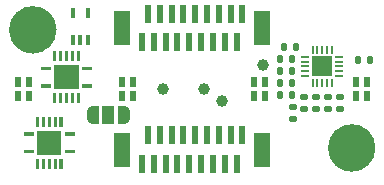
<source format=gbr>
%TF.GenerationSoftware,KiCad,Pcbnew,6.0.8-f2edbf62ab~116~ubuntu22.04.1*%
%TF.CreationDate,2022-11-01T10:45:10+00:00*%
%TF.ProjectId,cleverhand_emg,636c6576-6572-4686-916e-645f656d672e,3.0*%
%TF.SameCoordinates,Original*%
%TF.FileFunction,Soldermask,Top*%
%TF.FilePolarity,Negative*%
%FSLAX46Y46*%
G04 Gerber Fmt 4.6, Leading zero omitted, Abs format (unit mm)*
G04 Created by KiCad (PCBNEW 6.0.8-f2edbf62ab~116~ubuntu22.04.1) date 2022-11-01 10:45:10*
%MOMM*%
%LPD*%
G01*
G04 APERTURE LIST*
G04 Aperture macros list*
%AMRoundRect*
0 Rectangle with rounded corners*
0 $1 Rounding radius*
0 $2 $3 $4 $5 $6 $7 $8 $9 X,Y pos of 4 corners*
0 Add a 4 corners polygon primitive as box body*
4,1,4,$2,$3,$4,$5,$6,$7,$8,$9,$2,$3,0*
0 Add four circle primitives for the rounded corners*
1,1,$1+$1,$2,$3*
1,1,$1+$1,$4,$5*
1,1,$1+$1,$6,$7*
1,1,$1+$1,$8,$9*
0 Add four rect primitives between the rounded corners*
20,1,$1+$1,$2,$3,$4,$5,0*
20,1,$1+$1,$4,$5,$6,$7,0*
20,1,$1+$1,$6,$7,$8,$9,0*
20,1,$1+$1,$8,$9,$2,$3,0*%
%AMFreePoly0*
4,1,20,0.000000,0.744959,0.073905,0.744508,0.209726,0.703889,0.328688,0.626782,0.421226,0.519385,0.479903,0.390333,0.500000,0.250000,0.500000,-0.250000,0.499851,-0.262216,0.476331,-0.402017,0.414519,-0.529596,0.319384,-0.634700,0.198574,-0.708877,0.061801,-0.746166,0.000000,-0.745033,0.000000,-0.750000,-0.550000,-0.750000,-0.550000,0.750000,0.000000,0.750000,0.000000,0.744959,
0.000000,0.744959,$1*%
%AMFreePoly1*
4,1,22,0.550000,-0.750000,0.000000,-0.750000,0.000000,-0.745033,-0.079941,-0.743568,-0.215256,-0.701293,-0.333266,-0.622738,-0.424486,-0.514219,-0.481581,-0.384460,-0.499164,-0.250000,-0.500000,-0.250000,-0.500000,0.250000,-0.499164,0.250000,-0.499963,0.256109,-0.478152,0.396186,-0.417904,0.524511,-0.324060,0.630769,-0.204165,0.706417,-0.067858,0.745374,0.000000,0.744959,0.000000,0.750000,
0.550000,0.750000,0.550000,-0.750000,0.550000,-0.750000,$1*%
G04 Aperture macros list end*
%ADD10C,2.000000*%
%ADD11C,1.000000*%
%ADD12R,0.849884X0.279908*%
%ADD13R,0.279908X0.849884*%
%ADD14R,0.508000X0.863600*%
%ADD15FreePoly0,0.000000*%
%ADD16R,1.000000X1.500000*%
%ADD17FreePoly1,0.000000*%
%ADD18RoundRect,0.140000X-0.140000X-0.170000X0.140000X-0.170000X0.140000X0.170000X-0.140000X0.170000X0*%
%ADD19RoundRect,0.140000X0.170000X-0.140000X0.170000X0.140000X-0.170000X0.140000X-0.170000X-0.140000X0*%
%ADD20RoundRect,0.135000X-0.185000X0.135000X-0.185000X-0.135000X0.185000X-0.135000X0.185000X0.135000X0*%
%ADD21R,0.304800X0.845299*%
%ADD22R,1.803400X1.803400*%
%ADD23R,0.204000X0.757199*%
%ADD24R,0.757199X0.204000*%
%ADD25R,1.397000X2.895600*%
%ADD26R,0.508000X1.600200*%
%ADD27RoundRect,0.140000X-0.170000X0.140000X-0.170000X-0.140000X0.170000X-0.140000X0.170000X0.140000X0*%
%ADD28RoundRect,0.135000X0.135000X0.185000X-0.135000X0.185000X-0.135000X-0.185000X0.135000X-0.185000X0*%
G04 APERTURE END LIST*
D10*
X172000000Y-106000000D02*
G75*
G03*
X172000000Y-106000000I-1000000J0D01*
G01*
X145000000Y-96000000D02*
G75*
G03*
X145000000Y-96000000I-1000000J0D01*
G01*
%TO.C,U2*%
G36*
X148000000Y-102203943D02*
G01*
X147720093Y-102203943D01*
X147720093Y-101354056D01*
X148000000Y-101354056D01*
X148000000Y-102203943D01*
G37*
G36*
X145999953Y-98665941D02*
G01*
X145720045Y-98665941D01*
X145720045Y-97816057D01*
X145999953Y-97816057D01*
X145999953Y-98665941D01*
G37*
G36*
X147000000Y-102203943D02*
G01*
X146720093Y-102203943D01*
X146720093Y-101354056D01*
X147000000Y-101354056D01*
X147000000Y-102203943D01*
G37*
G36*
X145999953Y-102203943D02*
G01*
X145720046Y-102203943D01*
X145720046Y-101354056D01*
X145999953Y-101354056D01*
X145999953Y-102203943D01*
G37*
G36*
X145553942Y-100899955D02*
G01*
X144704058Y-100899955D01*
X144704058Y-100620047D01*
X145553942Y-100620047D01*
X145553942Y-100899955D01*
G37*
G36*
X147999955Y-98665941D02*
G01*
X147720047Y-98665941D01*
X147720047Y-97816057D01*
X147999955Y-97816057D01*
X147999955Y-98665941D01*
G37*
G36*
X147500000Y-102203943D02*
G01*
X147220093Y-102203943D01*
X147220093Y-101354056D01*
X147500000Y-101354056D01*
X147500000Y-102203943D01*
G37*
G36*
X145553942Y-99399953D02*
G01*
X144704058Y-99399953D01*
X144704058Y-99120045D01*
X145553942Y-99120045D01*
X145553942Y-99399953D01*
G37*
G36*
X146499955Y-98665941D02*
G01*
X146220047Y-98665941D01*
X146220047Y-97816057D01*
X146499955Y-97816057D01*
X146499955Y-98665941D01*
G37*
G36*
X149015942Y-100899953D02*
G01*
X148166058Y-100899953D01*
X148166058Y-100620045D01*
X149015942Y-100620045D01*
X149015942Y-100899953D01*
G37*
G36*
X146500000Y-102203943D02*
G01*
X146220093Y-102203943D01*
X146220093Y-101354056D01*
X146500000Y-101354056D01*
X146500000Y-102203943D01*
G37*
G36*
X147499953Y-98665941D02*
G01*
X147220045Y-98665941D01*
X147220045Y-97816057D01*
X147499953Y-97816057D01*
X147499953Y-98665941D01*
G37*
G36*
X146999954Y-98665941D02*
G01*
X146720046Y-98665941D01*
X146720046Y-97816057D01*
X146999954Y-97816057D01*
X146999954Y-98665941D01*
G37*
G36*
X147888500Y-98981500D02*
G01*
X147888500Y-101036300D01*
X145830000Y-101036300D01*
X145830000Y-98980000D01*
X147888500Y-98981500D01*
G37*
G36*
X149015942Y-99399953D02*
G01*
X148166058Y-99399953D01*
X148166058Y-99120045D01*
X149015942Y-99120045D01*
X149015942Y-99399953D01*
G37*
%TO.C,U4*%
G36*
X146539956Y-107762944D02*
G01*
X146260048Y-107762944D01*
X146260048Y-106913060D01*
X146539956Y-106913060D01*
X146539956Y-107762944D01*
G37*
G36*
X144539908Y-104224945D02*
G01*
X144260001Y-104224945D01*
X144260001Y-103375058D01*
X144539908Y-103375058D01*
X144539908Y-104224945D01*
G37*
G36*
X145539908Y-104224945D02*
G01*
X145260001Y-104224945D01*
X145260001Y-103375058D01*
X145539908Y-103375058D01*
X145539908Y-104224945D01*
G37*
G36*
X145039956Y-107762944D02*
G01*
X144760048Y-107762944D01*
X144760048Y-106913060D01*
X145039956Y-106913060D01*
X145039956Y-107762944D01*
G37*
G36*
X144093943Y-106458956D02*
G01*
X143244059Y-106458956D01*
X143244059Y-106179048D01*
X144093943Y-106179048D01*
X144093943Y-106458956D01*
G37*
G36*
X146430001Y-106599001D02*
G01*
X144371501Y-106597501D01*
X144371501Y-104542701D01*
X146430001Y-104542701D01*
X146430001Y-106599001D01*
G37*
G36*
X146539955Y-104224945D02*
G01*
X146260048Y-104224945D01*
X146260048Y-103375058D01*
X146539955Y-103375058D01*
X146539955Y-104224945D01*
G37*
G36*
X146039954Y-107762944D02*
G01*
X145760046Y-107762944D01*
X145760046Y-106913060D01*
X146039954Y-106913060D01*
X146039954Y-107762944D01*
G37*
G36*
X144539954Y-107762944D02*
G01*
X144260046Y-107762944D01*
X144260046Y-106913060D01*
X144539954Y-106913060D01*
X144539954Y-107762944D01*
G37*
G36*
X145539955Y-107762944D02*
G01*
X145260047Y-107762944D01*
X145260047Y-106913060D01*
X145539955Y-106913060D01*
X145539955Y-107762944D01*
G37*
G36*
X144093943Y-104958956D02*
G01*
X143244059Y-104958956D01*
X143244059Y-104679048D01*
X144093943Y-104679048D01*
X144093943Y-104958956D01*
G37*
G36*
X147555943Y-104958954D02*
G01*
X146706059Y-104958954D01*
X146706059Y-104679046D01*
X147555943Y-104679046D01*
X147555943Y-104958954D01*
G37*
G36*
X147555943Y-106458956D02*
G01*
X146706059Y-106458956D01*
X146706059Y-106179048D01*
X147555943Y-106179048D01*
X147555943Y-106458956D01*
G37*
G36*
X146039908Y-104224945D02*
G01*
X145760001Y-104224945D01*
X145760001Y-103375058D01*
X146039908Y-103375058D01*
X146039908Y-104224945D01*
G37*
G36*
X145039908Y-104224945D02*
G01*
X144760001Y-104224945D01*
X144760001Y-103375058D01*
X145039908Y-103375058D01*
X145039908Y-104224945D01*
G37*
%TD*%
D11*
%TO.C,TP4*%
X163500000Y-99000000D03*
%TD*%
%TO.C,TP2*%
X158500000Y-101000000D03*
%TD*%
%TO.C,TP3*%
X160000000Y-102000000D03*
%TD*%
%TO.C,TP1*%
X155000000Y-101000000D03*
%TD*%
D12*
%TO.C,U2*%
X145129000Y-99259999D03*
D13*
X145859999Y-98240999D03*
X146360001Y-98240999D03*
X146860000Y-98240999D03*
X147359999Y-98240999D03*
X147860001Y-98240999D03*
D12*
X148591000Y-99259999D03*
X148591000Y-100760001D03*
D13*
X147860001Y-101779001D03*
X147359999Y-101779001D03*
X146860000Y-101779001D03*
X146360001Y-101779001D03*
X145859999Y-101779001D03*
D12*
X145129000Y-100760001D03*
%TD*%
D14*
%TO.C,D2*%
X151525000Y-100376999D03*
X152475000Y-100376999D03*
X152475000Y-101623001D03*
X151525000Y-101623001D03*
%TD*%
D15*
%TO.C,JP1*%
X151710000Y-103200000D03*
D16*
X150410000Y-103200000D03*
D17*
X149110000Y-103200000D03*
%TD*%
D14*
%TO.C,D1*%
X142725000Y-101623001D03*
X143675000Y-101623001D03*
X143675000Y-100376999D03*
X142725000Y-100376999D03*
%TD*%
D18*
%TO.C,C3*%
X172510000Y-98590000D03*
X171550000Y-98590000D03*
%TD*%
D19*
%TO.C,C2*%
X167000000Y-101720000D03*
X167000000Y-102680000D03*
%TD*%
D20*
%TO.C,R7*%
X169000000Y-102710000D03*
X169000000Y-101690000D03*
%TD*%
D21*
%TO.C,U5*%
X147390001Y-94608849D03*
X148689999Y-94608849D03*
X148689999Y-96851151D03*
X148040000Y-96851151D03*
X147390001Y-96851151D03*
%TD*%
D22*
%TO.C,U1*%
X168500000Y-99100000D03*
D23*
X169300001Y-100520000D03*
X168899999Y-100520000D03*
X168500000Y-100520000D03*
X168100001Y-100520000D03*
X167699999Y-100520000D03*
D24*
X167080000Y-99900001D03*
X167080000Y-99499999D03*
X167080000Y-99100000D03*
X167080000Y-98700001D03*
X167080000Y-98299999D03*
D23*
X167699999Y-97680000D03*
X168100001Y-97680000D03*
X168500000Y-97680000D03*
X168899999Y-97680000D03*
X169300001Y-97680000D03*
D24*
X169920000Y-98299999D03*
X169920000Y-98700001D03*
X169920000Y-99100000D03*
X169920000Y-99499999D03*
X169920000Y-99900001D03*
%TD*%
D25*
%TO.C,J2*%
X151556400Y-95850800D03*
X163443600Y-95850800D03*
D26*
X153250001Y-97070000D03*
X153750000Y-94657000D03*
X154250001Y-97070000D03*
X154750000Y-94657000D03*
X155249999Y-97070000D03*
X155750001Y-94657000D03*
X156250000Y-97070000D03*
X156750001Y-94657000D03*
X157250000Y-97070000D03*
X157749999Y-94657000D03*
X158250001Y-97070000D03*
X158750000Y-94657000D03*
X159249999Y-97070000D03*
X159750000Y-94657000D03*
X160249999Y-97070000D03*
X160750001Y-94657000D03*
X161250000Y-97070000D03*
X161749999Y-94657000D03*
%TD*%
D27*
%TO.C,C1*%
X170000000Y-102680000D03*
X170000000Y-101720000D03*
%TD*%
D28*
%TO.C,R2*%
X164890000Y-101500000D03*
X165910000Y-101500000D03*
%TD*%
D20*
%TO.C,R1*%
X166000000Y-103510000D03*
X166000000Y-102490000D03*
%TD*%
D12*
%TO.C,U4*%
X147131001Y-106319002D03*
D13*
X146400002Y-107338002D03*
X145900000Y-107338002D03*
X145400001Y-107338002D03*
X144900002Y-107338002D03*
X144400000Y-107338002D03*
D12*
X143669001Y-106319002D03*
X143669001Y-104819000D03*
D13*
X144400000Y-103800000D03*
X144900002Y-103800000D03*
X145400001Y-103800000D03*
X145900000Y-103800000D03*
X146400002Y-103800000D03*
D12*
X147131001Y-104819000D03*
%TD*%
D28*
%TO.C,R3*%
X164890000Y-100500000D03*
X165910000Y-100500000D03*
%TD*%
D14*
%TO.C,D3*%
X162715000Y-100376999D03*
X163665000Y-100376999D03*
X163665000Y-101623001D03*
X162715000Y-101623001D03*
%TD*%
D20*
%TO.C,R8*%
X168000000Y-102710000D03*
X168000000Y-101690000D03*
%TD*%
D28*
%TO.C,R6*%
X165230000Y-97420000D03*
X166250000Y-97420000D03*
%TD*%
D25*
%TO.C,J1*%
X163443600Y-106149200D03*
X151556400Y-106149200D03*
D26*
X161749999Y-104930000D03*
X161250000Y-107343000D03*
X160749999Y-104930000D03*
X160250000Y-107343000D03*
X159750001Y-104930000D03*
X159249999Y-107343000D03*
X158750000Y-104930000D03*
X158249999Y-107343000D03*
X157750000Y-104930000D03*
X157250001Y-107343000D03*
X156749999Y-104930000D03*
X156250000Y-107343000D03*
X155750001Y-104930000D03*
X155250000Y-107343000D03*
X154750001Y-104930000D03*
X154249999Y-107343000D03*
X153750000Y-104930000D03*
X153250001Y-107343000D03*
%TD*%
D28*
%TO.C,R5*%
X164890000Y-98500000D03*
X165910000Y-98500000D03*
%TD*%
%TO.C,R4*%
X164890000Y-99500000D03*
X165910000Y-99500000D03*
%TD*%
D14*
%TO.C,D4*%
X171325000Y-100376999D03*
X172275000Y-100376999D03*
X172275000Y-101623001D03*
X171325000Y-101623001D03*
%TD*%
M02*

</source>
